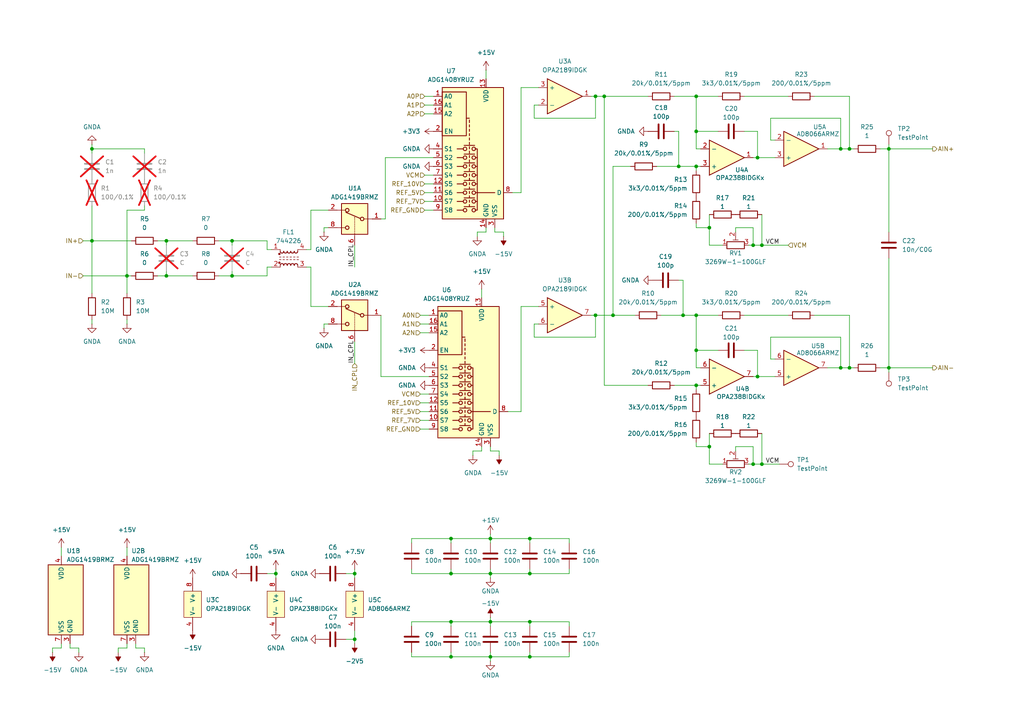
<source format=kicad_sch>
(kicad_sch (version 20250114) (generator "eeschema") (generator_version "9.0")
  (paper "A4")
  (lib_symbols
    (symbol "ADC7177M1:AD8066ARMZ"
      (property "Reference" "U" (at 2.54 5.08 0))
      (property "Value" "AD8066ARMZ" (at 1.524 -5.08 0))
      (symbol "AD8066ARMZ_1_1"
        (pin input line (at -7.62 2.54 0) (length 2.54) (name "+") (number "3"))
        (pin input line (at -7.62 -2.54 0) (length 2.54) (name "-") (number "2"))
        (pin output line (at 7.62 0 180) (length 2.54) (name "~") (number "1"))
      )
      (symbol "AD8066ARMZ_2_1"
        (pin input line (at -7.62 2.54 0) (length 2.54) (name "+") (number "5"))
        (pin input line (at -7.62 -2.54 0) (length 2.54) (name "-") (number "6"))
        (pin output line (at 7.62 0 180) (length 2.54) (name "~") (number "7"))
      )
      (symbol "AD8066ARMZ_3_1"
        (pin power_in line (at 0 7.62 270) (length 3.81) (name "V+") (number "8"))
        (pin power_in line (at 0 -7.62 90) (length 3.81) (name "V-") (number "4"))
      )
    )
    (symbol "ADC7177M1:ADG1419BRMZ"
      (property "Reference" "U" (at 0 0 0))
      (property "Value" "ADG1419BRMZ" (at 0 0 0))
      (symbol "ADG1419BRMZ_1_1"
        (pin passive line (at -7.62 0 0) (length 2.54) (name "~") (number "1"))
        (pin input line (at 0 -7.62 90) (length 2.54) (name "~") (number "6"))
        (pin passive line (at 7.62 2.54 180) (length 2.54) (name "~") (number "2"))
        (pin passive line (at 7.62 -2.54 180) (length 2.54) (name "~") (number "8"))
      )
      (symbol "ADG1419BRMZ_2_0"
        (pin power_in line (at -1.27 12.7 270) (length 2.54) (name "VDD") (number "4"))
        (pin power_in line (at -1.27 -12.7 90) (length 2.54) (name "VSS") (number "7"))
        (pin no_connect non_logic (at 1.27 12.7 270) (length 2.54) (hide yes) (name "NC") (number "5"))
        (pin power_in line (at 1.27 -12.7 90) (length 2.54) (name "GND") (number "3"))
      )
    )
    (symbol "ADC7177M1:OPA2189IDGK"
      (property "Reference" "U" (at 2.54 5.08 0))
      (property "Value" "OPA2189IDGK" (at 1.524 -5.08 0))
      (symbol "OPA2189IDGK_1_1"
        (pin input line (at -7.62 2.54 0) (length 2.54) (name "+") (number "3"))
        (pin input line (at -7.62 -2.54 0) (length 2.54) (name "-") (number "2"))
        (pin output line (at 7.62 0 180) (length 2.54) (name "~") (number "1"))
      )
      (symbol "OPA2189IDGK_2_1"
        (pin input line (at -7.62 2.54 0) (length 2.54) (name "+") (number "5"))
        (pin input line (at -7.62 -2.54 0) (length 2.54) (name "-") (number "6"))
        (pin output line (at 7.62 0 180) (length 2.54) (name "~") (number "7"))
      )
      (symbol "OPA2189IDGK_3_1"
        (pin power_in line (at 0 7.62 270) (length 3.81) (name "V+") (number "8"))
        (pin power_in line (at 0 -7.62 90) (length 3.81) (name "V-") (number "4"))
      )
    )
    (symbol "ADC7177M1:OPA2388IDGKx"
      (property "Reference" "U" (at 2.54 5.08 0))
      (property "Value" "OPA2388IDGKx" (at 1.524 -5.08 0))
      (symbol "OPA2388IDGKx_1_1"
        (pin input line (at -7.62 2.54 0) (length 2.54) (name "+") (number "3"))
        (pin input line (at -7.62 -2.54 0) (length 2.54) (name "-") (number "2"))
        (pin output line (at 7.62 0 180) (length 2.54) (name "~") (number "1"))
      )
      (symbol "OPA2388IDGKx_2_1"
        (pin input line (at -7.62 2.54 0) (length 2.54) (name "+") (number "5"))
        (pin input line (at -7.62 -2.54 0) (length 2.54) (name "-") (number "6"))
        (pin output line (at 7.62 0 180) (length 2.54) (name "~") (number "7"))
      )
      (symbol "OPA2388IDGKx_3_1"
        (pin power_in line (at 0 7.62 270) (length 3.81) (name "V+") (number "8"))
        (pin power_in line (at 0 -7.62 90) (length 3.81) (name "V-") (number "4"))
      )
    )
    (symbol "Analog_Switch:ADG1408YRUZ"
      (property "Reference" "U" (at -7.62 23.495 0))
      (property "Value" "ADG1408YRUZ" (at -7.62 21.59 0))
      (symbol "ADG1408YRUZ_0_0"
        (pin power_in line (at 5.08 -20.32 90) (length 2.54) (name "GND") (number "14"))
      )
      (symbol "ADG1408YRUZ_1_1"
        (pin input line (at -10.16 17.78 0) (length 2.54) (name "A0") (number "1"))
        (pin input line (at -10.16 15.24 0) (length 2.54) (name "A1") (number "16"))
        (pin input line (at -10.16 12.7 0) (length 2.54) (name "A2") (number "15"))
        (pin input line (at -10.16 7.62 0) (length 2.54) (name "EN") (number "2"))
        (pin bidirectional line (at -10.16 2.54 0) (length 2.54) (name "S1") (number "4"))
        (pin bidirectional line (at -10.16 0 0) (length 2.54) (name "S2") (number "5"))
        (pin bidirectional line (at -10.16 -2.54 0) (length 2.54) (name "S3") (number "6"))
        (pin bidirectional line (at -10.16 -5.08 0) (length 2.54) (name "S4") (number "7"))
        (pin bidirectional line (at -10.16 -7.62 0) (length 2.54) (name "S5") (number "12"))
        (pin bidirectional line (at -10.16 -10.16 0) (length 2.54) (name "S6") (number "11"))
        (pin bidirectional line (at -10.16 -12.7 0) (length 2.54) (name "S7") (number "10"))
        (pin bidirectional line (at -10.16 -15.24 0) (length 2.54) (name "S8") (number "9"))
        (pin power_in line (at 5.08 22.86 270) (length 2.54) (name "VDD") (number "13"))
        (pin power_in line (at 7.62 -20.32 90) (length 2.54) (name "VSS") (number "3"))
        (pin bidirectional line (at 12.7 -10.16 180) (length 2.54) (name "D") (number "8"))
      )
    )
    (symbol "Connector:TestPoint" (pin_numbers (hide yes)) (pin_names (offset 0.762) (hide yes))
      (property "Reference" "TP" (at 0 6.858 0))
      (property "Value" "TestPoint" (at 0 5.08 0))
      (symbol "TestPoint_1_1"
        (pin passive line (at 0 0 90) (length 2.54) (name "1") (number "1"))
      )
    )
    (symbol "Device:C" (pin_numbers (hide yes)) (pin_names (offset 0.254))
      (property "Reference" "C" (at 0.635 2.54 0))
      (property "Value" "C" (at 0.635 -2.54 0))
      (symbol "C_1_1"
        (pin passive line (at 0 3.81 270) (length 2.794) (name "~") (number "1"))
        (pin passive line (at 0 -3.81 90) (length 2.794) (name "~") (number "2"))
      )
    )
    (symbol "Device:R" (pin_numbers (hide yes)) (pin_names (offset 0))
      (property "Reference" "R" (at 2.032 0 90))
      (property "Value" "R" (at 0 0 90))
      (symbol "R_1_1"
        (pin passive line (at 0 3.81 270) (length 1.27) (name "~") (number "1"))
        (pin passive line (at 0 -3.81 90) (length 1.27) (name "~") (number "2"))
      )
    )
    (symbol "Device:R_Potentiometer_Trim" (pin_names (offset 1.016) (hide yes))
      (property "Reference" "RV" (at -4.445 0 90))
      (property "Value" "R_Potentiometer_Trim" (at -2.54 0 90))
      (symbol "R_Potentiometer_Trim_1_1"
        (pin passive line (at 0 3.81 270) (length 1.27) (name "1") (number "1"))
        (pin passive line (at 0 -3.81 90) (length 1.27) (name "3") (number "3"))
        (pin passive line (at 3.81 0 180) (length 1.27) (name "2") (number "2"))
      )
    )
    (symbol "Filter:Choke_CommonMode_FerriteCore_1423" (pin_names (offset 0.254) (hide yes))
      (property "Reference" "FL" (at 0 4.445 0))
      (property "Value" "Choke_CommonMode_FerriteCore_1423" (at 0 -4.445 0))
      (symbol "Choke_CommonMode_FerriteCore_1423_1_1"
        (pin passive line (at -5.08 2.54 0) (length 2.54) (name "1") (number "1"))
        (pin passive line (at -5.08 -2.54 0) (length 2.54) (name "2") (number "2"))
        (pin passive line (at 5.08 2.54 180) (length 2.54) (name "4") (number "4"))
        (pin passive line (at 5.08 -2.54 180) (length 2.54) (name "3") (number "3"))
      )
    )
    (symbol "power:+15V" (power) (pin_numbers (hide yes)) (pin_names (offset 0) (hide yes))
      (property "Value" "+15V" (at 0 3.556 0))
      (symbol "+15V_1_1"
        (pin power_in line (at 0 0 90) (length 0) (name "~") (number "1"))
      )
    )
    (symbol "power:+3V3" (power) (pin_numbers (hide yes)) (pin_names (offset 0) (hide yes))
      (property "Value" "+3V3" (at 0 3.556 0))
      (symbol "+3V3_1_1"
        (pin power_in line (at 0 0 90) (length 0) (name "~") (number "1"))
      )
    )
    (symbol "power:+5VA" (power) (pin_numbers (hide yes)) (pin_names (offset 0) (hide yes))
      (property "Value" "+5VA" (at 0 3.556 0))
      (symbol "+5VA_1_1"
        (pin power_in line (at 0 0 90) (length 0) (name "~") (number "1"))
      )
    )
    (symbol "power:+7.5V" (power) (pin_numbers (hide yes)) (pin_names (offset 0) (hide yes))
      (property "Value" "+7.5V" (at 0 3.556 0))
      (symbol "+7.5V_1_1"
        (pin power_in line (at 0 0 90) (length 0) (name "~") (number "1"))
      )
    )
    (symbol "power:-15V" (power) (pin_numbers (hide yes)) (pin_names (offset 0) (hide yes))
      (property "Value" "-15V" (at 0 3.556 0))
      (symbol "-15V_0_0"
        (pin power_in line (at 0 0 90) (length 0) (name "~") (number "1"))
      )
    )
    (symbol "power:-2V5" (power) (pin_numbers (hide yes)) (pin_names (offset 0) (hide yes))
      (property "Value" "-2V5" (at 0 3.556 0))
      (symbol "-2V5_0_0"
        (pin power_in line (at 0 0 90) (length 0) (name "~") (number "1"))
      )
    )
    (symbol "power:GNDA" (power) (pin_numbers (hide yes)) (pin_names (offset 0) (hide yes))
      (property "Value" "GNDA" (at 0 -3.81 0))
      (symbol "GNDA_1_1"
        (pin power_in line (at 0 0 270) (length 0) (name "~") (number "1"))
      )
    )
  )
  (junction (at 153.67 156.21))
  (junction (at 205.74 129.54))
  (junction (at 246.38 106.68))
  (junction (at 201.93 48.26))
  (junction (at 130.81 156.21))
  (junction (at 201.93 91.44))
  (junction (at 196.85 48.26))
  (junction (at 243.84 43.18))
  (junction (at 243.84 106.68))
  (junction (at 219.71 45.72))
  (junction (at 102.87 166.37))
  (junction (at 175.26 27.94))
  (junction (at 201.93 38.1))
  (junction (at 177.8 91.44))
  (junction (at 201.93 101.6))
  (junction (at 220.98 71.12))
  (junction (at 218.44 71.12))
  (junction (at 130.81 180.34))
  (junction (at 142.24 180.34))
  (junction (at 219.71 109.22))
  (junction (at 102.87 185.42))
  (junction (at 80.01 166.37))
  (junction (at 246.38 43.18))
  (junction (at 218.44 134.62))
  (junction (at 48.26 69.85))
  (junction (at 153.67 166.37))
  (junction (at 142.24 156.21))
  (junction (at 153.67 190.5))
  (junction (at 26.67 69.85))
  (junction (at 172.72 27.94))
  (junction (at 142.24 190.5))
  (junction (at 130.81 190.5))
  (junction (at 26.67 43.18))
  (junction (at 36.83 80.01))
  (junction (at 67.31 69.85))
  (junction (at 201.93 27.94))
  (junction (at 257.81 106.68))
  (junction (at 198.12 91.44))
  (junction (at 48.26 80.01))
  (junction (at 205.74 66.04))
  (junction (at 67.31 80.01))
  (junction (at 257.81 43.18))
  (junction (at 172.72 91.44))
  (junction (at 130.81 166.37))
  (junction (at 201.93 111.76))
  (junction (at 142.24 166.37))
  (junction (at 220.98 134.62))
  (junction (at 153.67 180.34))
  (wire (pts (xy 153.67 156.21) (xy 153.67 157.48)))
  (wire (pts (xy 255.27 43.18) (xy 257.81 43.18)))
  (wire (pts (xy 39.37 186.69) (xy 39.37 187.96)))
  (wire (pts (xy 111.76 63.5) (xy 110.49 63.5)))
  (wire (pts (xy 151.13 119.38) (xy 147.32 119.38)))
  (wire (pts (xy 219.71 101.6) (xy 215.9 101.6)))
  (wire (pts (xy 257.81 43.18) (xy 257.81 67.31)))
  (wire (pts (xy 175.26 27.94) (xy 187.96 27.94)))
  (wire (pts (xy 153.67 189.23) (xy 153.67 190.5)))
  (wire (pts (xy 246.38 106.68) (xy 243.84 106.68)))
  (wire (pts (xy 123.19 58.42) (xy 125.73 58.42)))
  (wire (pts (xy 142.24 156.21) (xy 153.67 156.21)))
  (wire (pts (xy 224.79 40.64) (xy 223.52 40.64)))
  (wire (pts (xy 156.21 93.98) (xy 154.94 93.98)))
  (wire (pts (xy 142.24 180.34) (xy 142.24 181.61)))
  (wire (pts (xy 41.91 43.18) (xy 41.91 44.45)))
  (wire (pts (xy 67.31 80.01) (xy 63.5 80.01)))
  (wire (pts (xy 15.24 187.96) (xy 17.78 187.96)))
  (wire (pts (xy 172.72 97.79) (xy 172.72 91.44)))
  (wire (pts (xy 208.28 38.1) (xy 201.93 38.1)))
  (wire (pts (xy 77.47 166.37) (xy 80.01 166.37)))
  (wire (pts (xy 48.26 69.85) (xy 48.26 71.12)))
  (wire (pts (xy 130.81 166.37) (xy 130.81 165.1)))
  (wire (pts (xy 119.38 190.5) (xy 119.38 189.23)))
  (wire (pts (xy 218.44 66.04) (xy 218.44 71.12)))
  (wire (pts (xy 172.72 91.44) (xy 177.8 91.44)))
  (wire (pts (xy 172.72 91.44) (xy 171.45 91.44)))
  (wire (pts (xy 257.81 106.68) (xy 257.81 107.95)))
  (wire (pts (xy 257.81 74.93) (xy 257.81 106.68)))
  (wire (pts (xy 102.87 99.06) (xy 102.87 105.41)))
  (wire (pts (xy 165.1 166.37) (xy 153.67 166.37)))
  (wire (pts (xy 201.93 48.26) (xy 203.2 48.26)))
  (wire (pts (xy 142.24 166.37) (xy 153.67 166.37)))
  (wire (pts (xy 123.19 53.34) (xy 125.73 53.34)))
  (wire (pts (xy 208.28 101.6) (xy 201.93 101.6)))
  (wire (pts (xy 201.93 101.6) (xy 201.93 106.68)))
  (wire (pts (xy 196.85 48.26) (xy 201.93 48.26)))
  (wire (pts (xy 142.24 180.34) (xy 153.67 180.34)))
  (wire (pts (xy 36.83 85.09) (xy 36.83 80.01)))
  (wire (pts (xy 67.31 78.74) (xy 67.31 80.01)))
  (wire (pts (xy 121.92 114.3) (xy 124.46 114.3)))
  (wire (pts (xy 205.74 134.62) (xy 209.55 134.62)))
  (wire (pts (xy 195.58 38.1) (xy 196.85 38.1)))
  (wire (pts (xy 213.36 129.54) (xy 218.44 129.54)))
  (wire (pts (xy 165.1 189.23) (xy 165.1 190.5)))
  (wire (pts (xy 205.74 66.04) (xy 205.74 71.12)))
  (wire (pts (xy 45.72 80.01) (xy 48.26 80.01)))
  (wire (pts (xy 36.83 60.96) (xy 41.91 60.96)))
  (wire (pts (xy 26.67 85.09) (xy 26.67 69.85)))
  (wire (pts (xy 123.19 55.88) (xy 125.73 55.88)))
  (wire (pts (xy 215.9 91.44) (xy 228.6 91.44)))
  (wire (pts (xy 26.67 59.69) (xy 26.67 69.85)))
  (wire (pts (xy 130.81 190.5) (xy 130.81 189.23)))
  (wire (pts (xy 36.83 187.96) (xy 36.83 186.69)))
  (wire (pts (xy 218.44 71.12) (xy 217.17 71.12)))
  (wire (pts (xy 205.74 62.23) (xy 205.74 66.04)))
  (wire (pts (xy 151.13 25.4) (xy 151.13 55.88)))
  (wire (pts (xy 190.5 48.26) (xy 196.85 48.26)))
  (wire (pts (xy 119.38 165.1) (xy 119.38 166.37)))
  (wire (pts (xy 257.81 41.91) (xy 257.81 43.18)))
  (wire (pts (xy 121.92 96.52) (xy 124.46 96.52)))
  (wire (pts (xy 142.24 190.5) (xy 153.67 190.5)))
  (wire (pts (xy 26.67 92.71) (xy 26.67 93.98)))
  (wire (pts (xy 154.94 93.98) (xy 154.94 97.79)))
  (wire (pts (xy 121.92 121.92) (xy 124.46 121.92)))
  (wire (pts (xy 41.91 189.23) (xy 41.91 187.96)))
  (wire (pts (xy 124.46 109.22) (xy 110.49 109.22)))
  (wire (pts (xy 36.83 80.01) (xy 38.1 80.01)))
  (wire (pts (xy 123.19 50.8) (xy 125.73 50.8)))
  (wire (pts (xy 240.03 106.68) (xy 243.84 106.68)))
  (wire (pts (xy 142.24 190.5) (xy 130.81 190.5)))
  (wire (pts (xy 220.98 71.12) (xy 228.6 71.12)))
  (wire (pts (xy 243.84 34.29) (xy 243.84 43.18)))
  (wire (pts (xy 205.74 125.73) (xy 205.74 129.54)))
  (wire (pts (xy 123.19 60.96) (xy 125.73 60.96)))
  (wire (pts (xy 153.67 156.21) (xy 165.1 156.21)))
  (wire (pts (xy 142.24 190.5) (xy 142.24 191.77)))
  (wire (pts (xy 201.93 64.77) (xy 201.93 66.04)))
  (wire (pts (xy 142.24 130.81) (xy 142.24 129.54)))
  (wire (pts (xy 201.93 27.94) (xy 208.28 27.94)))
  (wire (pts (xy 236.22 27.94) (xy 246.38 27.94)))
  (wire (pts (xy 201.93 91.44) (xy 208.28 91.44)))
  (wire (pts (xy 143.51 67.31) (xy 143.51 66.04)))
  (wire (pts (xy 77.47 69.85) (xy 77.47 72.39)))
  (wire (pts (xy 220.98 62.23) (xy 220.98 71.12)))
  (wire (pts (xy 201.93 111.76) (xy 203.2 111.76)))
  (wire (pts (xy 172.72 27.94) (xy 175.26 27.94)))
  (wire (pts (xy 93.98 93.98) (xy 93.98 95.25)))
  (wire (pts (xy 121.92 119.38) (xy 124.46 119.38)))
  (wire (pts (xy 36.83 92.71) (xy 36.83 93.98)))
  (wire (pts (xy 140.97 20.32) (xy 140.97 22.86)))
  (wire (pts (xy 223.52 104.14) (xy 224.79 104.14)))
  (wire (pts (xy 205.74 71.12) (xy 209.55 71.12)))
  (wire (pts (xy 201.93 128.27) (xy 201.93 129.54)))
  (wire (pts (xy 125.73 45.72) (xy 111.76 45.72)))
  (wire (pts (xy 139.7 83.82) (xy 139.7 86.36)))
  (wire (pts (xy 151.13 55.88) (xy 148.59 55.88)))
  (wire (pts (xy 130.81 156.21) (xy 119.38 156.21)))
  (wire (pts (xy 119.38 156.21) (xy 119.38 157.48)))
  (wire (pts (xy 165.1 190.5) (xy 153.67 190.5)))
  (wire (pts (xy 142.24 166.37) (xy 130.81 166.37)))
  (wire (pts (xy 153.67 180.34) (xy 153.67 181.61)))
  (wire (pts (xy 151.13 88.9) (xy 151.13 119.38)))
  (wire (pts (xy 201.93 27.94) (xy 195.58 27.94)))
  (wire (pts (xy 41.91 187.96) (xy 39.37 187.96)))
  (wire (pts (xy 213.36 67.31) (xy 213.36 66.04)))
  (wire (pts (xy 218.44 109.22) (xy 219.71 109.22)))
  (wire (pts (xy 90.17 72.39) (xy 88.9 72.39)))
  (wire (pts (xy 165.1 156.21) (xy 165.1 157.48)))
  (wire (pts (xy 36.83 80.01) (xy 36.83 60.96)))
  (wire (pts (xy 77.47 80.01) (xy 67.31 80.01)))
  (wire (pts (xy 26.67 43.18) (xy 41.91 43.18)))
  (wire (pts (xy 100.33 166.37) (xy 102.87 166.37)))
  (wire (pts (xy 219.71 109.22) (xy 224.79 109.22)))
  (wire (pts (xy 246.38 27.94) (xy 246.38 43.18)))
  (wire (pts (xy 90.17 77.47) (xy 88.9 77.47)))
  (wire (pts (xy 137.16 130.81) (xy 139.7 130.81)))
  (wire (pts (xy 139.7 129.54) (xy 139.7 130.81)))
  (wire (pts (xy 220.98 134.62) (xy 218.44 134.62)))
  (wire (pts (xy 146.05 67.31) (xy 146.05 68.58)))
  (wire (pts (xy 36.83 158.75) (xy 36.83 161.29)))
  (wire (pts (xy 24.13 69.85) (xy 26.67 69.85)))
  (wire (pts (xy 223.52 34.29) (xy 243.84 34.29)))
  (wire (pts (xy 220.98 134.62) (xy 226.06 134.62)))
  (wire (pts (xy 93.98 67.31) (xy 93.98 66.04)))
  (wire (pts (xy 220.98 125.73) (xy 220.98 134.62)))
  (wire (pts (xy 142.24 189.23) (xy 142.24 190.5)))
  (wire (pts (xy 17.78 158.75) (xy 17.78 161.29)))
  (wire (pts (xy 22.86 189.23) (xy 22.86 187.96)))
  (wire (pts (xy 111.76 45.72) (xy 111.76 63.5)))
  (wire (pts (xy 187.96 111.76) (xy 175.26 111.76)))
  (wire (pts (xy 119.38 166.37) (xy 130.81 166.37)))
  (wire (pts (xy 219.71 38.1) (xy 215.9 38.1)))
  (wire (pts (xy 90.17 60.96) (xy 90.17 72.39)))
  (wire (pts (xy 198.12 91.44) (xy 201.93 91.44)))
  (wire (pts (xy 146.05 67.31) (xy 143.51 67.31)))
  (wire (pts (xy 153.67 180.34) (xy 165.1 180.34)))
  (wire (pts (xy 121.92 93.98) (xy 124.46 93.98)))
  (wire (pts (xy 102.87 166.37) (xy 102.87 167.64)))
  (wire (pts (xy 201.93 129.54) (xy 205.74 129.54)))
  (wire (pts (xy 257.81 106.68) (xy 270.51 106.68)))
  (wire (pts (xy 34.29 187.96) (xy 36.83 187.96)))
  (wire (pts (xy 201.93 66.04) (xy 205.74 66.04)))
  (wire (pts (xy 196.85 38.1) (xy 196.85 48.26)))
  (wire (pts (xy 154.94 30.48) (xy 154.94 34.29)))
  (wire (pts (xy 156.21 30.48) (xy 154.94 30.48)))
  (wire (pts (xy 138.43 67.31) (xy 140.97 67.31)))
  (wire (pts (xy 123.19 30.48) (xy 125.73 30.48)))
  (wire (pts (xy 151.13 88.9) (xy 156.21 88.9)))
  (wire (pts (xy 144.78 130.81) (xy 142.24 130.81)))
  (wire (pts (xy 138.43 68.58) (xy 138.43 67.31)))
  (wire (pts (xy 205.74 129.54) (xy 205.74 134.62)))
  (wire (pts (xy 140.97 66.04) (xy 140.97 67.31)))
  (wire (pts (xy 78.74 77.47) (xy 77.47 77.47)))
  (wire (pts (xy 142.24 165.1) (xy 142.24 166.37)))
  (wire (pts (xy 63.5 69.85) (xy 67.31 69.85)))
  (wire (pts (xy 165.1 165.1) (xy 165.1 166.37)))
  (wire (pts (xy 48.26 78.74) (xy 48.26 80.01)))
  (wire (pts (xy 93.98 66.04) (xy 95.25 66.04)))
  (wire (pts (xy 195.58 111.76) (xy 201.93 111.76)))
  (wire (pts (xy 246.38 91.44) (xy 246.38 106.68)))
  (wire (pts (xy 172.72 34.29) (xy 172.72 27.94)))
  (wire (pts (xy 257.81 106.68) (xy 255.27 106.68)))
  (wire (pts (xy 67.31 69.85) (xy 77.47 69.85)))
  (wire (pts (xy 201.93 48.26) (xy 201.93 49.53)))
  (wire (pts (xy 220.98 71.12) (xy 218.44 71.12)))
  (wire (pts (xy 201.93 111.76) (xy 201.93 113.03)))
  (wire (pts (xy 201.93 43.18) (xy 203.2 43.18)))
  (wire (pts (xy 130.81 156.21) (xy 142.24 156.21)))
  (wire (pts (xy 121.92 116.84) (xy 124.46 116.84)))
  (wire (pts (xy 130.81 157.48) (xy 130.81 156.21)))
  (wire (pts (xy 182.88 48.26) (xy 177.8 48.26)))
  (wire (pts (xy 165.1 180.34) (xy 165.1 181.61)))
  (wire (pts (xy 213.36 66.04) (xy 218.44 66.04)))
  (wire (pts (xy 45.72 69.85) (xy 48.26 69.85)))
  (wire (pts (xy 110.49 91.44) (xy 110.49 109.22)))
  (wire (pts (xy 123.19 33.02) (xy 125.73 33.02)))
  (wire (pts (xy 26.67 69.85) (xy 38.1 69.85)))
  (wire (pts (xy 246.38 106.68) (xy 247.65 106.68)))
  (wire (pts (xy 144.78 130.81) (xy 144.78 132.08)))
  (wire (pts (xy 223.52 97.79) (xy 243.84 97.79)))
  (wire (pts (xy 151.13 25.4) (xy 156.21 25.4)))
  (wire (pts (xy 191.77 91.44) (xy 198.12 91.44)))
  (wire (pts (xy 67.31 69.85) (xy 67.31 71.12)))
  (wire (pts (xy 77.47 77.47) (xy 77.47 80.01)))
  (wire (pts (xy 24.13 80.01) (xy 36.83 80.01)))
  (wire (pts (xy 102.87 185.42) (xy 102.87 182.88)))
  (wire (pts (xy 80.01 165.1) (xy 80.01 166.37)))
  (wire (pts (xy 219.71 45.72) (xy 224.79 45.72)))
  (wire (pts (xy 17.78 187.96) (xy 17.78 186.69)))
  (wire (pts (xy 48.26 69.85) (xy 55.88 69.85)))
  (wire (pts (xy 154.94 34.29) (xy 172.72 34.29)))
  (wire (pts (xy 196.85 81.28) (xy 198.12 81.28)))
  (wire (pts (xy 201.93 91.44) (xy 201.93 101.6)))
  (wire (pts (xy 246.38 43.18) (xy 243.84 43.18)))
  (wire (pts (xy 119.38 180.34) (xy 130.81 180.34)))
  (wire (pts (xy 198.12 81.28) (xy 198.12 91.44)))
  (wire (pts (xy 41.91 59.69) (xy 41.91 60.96)))
  (wire (pts (xy 95.25 60.96) (xy 90.17 60.96)))
  (wire (pts (xy 219.71 45.72) (xy 219.71 38.1)))
  (wire (pts (xy 93.98 93.98) (xy 95.25 93.98)))
  (wire (pts (xy 34.29 187.96) (xy 34.29 189.23)))
  (wire (pts (xy 240.03 43.18) (xy 243.84 43.18)))
  (wire (pts (xy 243.84 97.79) (xy 243.84 106.68)))
  (wire (pts (xy 223.52 104.14) (xy 223.52 97.79)))
  (wire (pts (xy 90.17 88.9) (xy 90.17 77.47)))
  (wire (pts (xy 142.24 156.21) (xy 142.24 157.48)))
  (wire (pts (xy 201.93 38.1) (xy 201.93 43.18)))
  (wire (pts (xy 218.44 134.62) (xy 217.17 134.62)))
  (wire (pts (xy 236.22 91.44) (xy 246.38 91.44)))
  (wire (pts (xy 48.26 80.01) (xy 55.88 80.01)))
  (wire (pts (xy 123.19 27.94) (xy 125.73 27.94)))
  (wire (pts (xy 201.93 38.1) (xy 201.93 27.94)))
  (wire (pts (xy 223.52 40.64) (xy 223.52 34.29)))
  (wire (pts (xy 26.67 41.91) (xy 26.67 43.18)))
  (wire (pts (xy 20.32 186.69) (xy 20.32 187.96)))
  (wire (pts (xy 102.87 186.69) (xy 102.87 185.42)))
  (wire (pts (xy 142.24 179.07) (xy 142.24 180.34)))
  (wire (pts (xy 15.24 187.96) (xy 15.24 189.23)))
  (wire (pts (xy 26.67 44.45) (xy 26.67 43.18)))
  (wire (pts (xy 154.94 97.79) (xy 172.72 97.79)))
  (wire (pts (xy 246.38 43.18) (xy 247.65 43.18)))
  (wire (pts (xy 121.92 124.46) (xy 124.46 124.46)))
  (wire (pts (xy 119.38 181.61) (xy 119.38 180.34)))
  (wire (pts (xy 177.8 91.44) (xy 184.15 91.44)))
  (wire (pts (xy 95.25 88.9) (xy 90.17 88.9)))
  (wire (pts (xy 77.47 72.39) (xy 78.74 72.39)))
  (wire (pts (xy 218.44 129.54) (xy 218.44 134.62)))
  (wire (pts (xy 257.81 43.18) (xy 270.51 43.18)))
  (wire (pts (xy 177.8 48.26) (xy 177.8 91.44)))
  (wire (pts (xy 102.87 71.12) (xy 102.87 77.47)))
  (wire (pts (xy 130.81 180.34) (xy 142.24 180.34)))
  (wire (pts (xy 142.24 154.94) (xy 142.24 156.21)))
  (wire (pts (xy 130.81 190.5) (xy 119.38 190.5)))
  (wire (pts (xy 22.86 187.96) (xy 20.32 187.96)))
  (wire (pts (xy 153.67 165.1) (xy 153.67 166.37)))
  (wire (pts (xy 175.26 111.76) (xy 175.26 27.94)))
  (wire (pts (xy 172.72 27.94) (xy 171.45 27.94)))
  (wire (pts (xy 219.71 109.22) (xy 219.71 101.6)))
  (wire (pts (xy 80.01 166.37) (xy 80.01 167.64)))
  (wire (pts (xy 137.16 132.08) (xy 137.16 130.81)))
  (wire (pts (xy 102.87 165.1) (xy 102.87 166.37)))
  (wire (pts (xy 201.93 106.68) (xy 203.2 106.68)))
  (wire (pts (xy 130.81 181.61) (xy 130.81 180.34)))
  (wire (pts (xy 142.24 166.37) (xy 142.24 167.64)))
  (wire (pts (xy 100.33 185.42) (xy 102.87 185.42)))
  (wire (pts (xy 213.36 130.81) (xy 213.36 129.54)))
  (wire (pts (xy 215.9 27.94) (xy 228.6 27.94)))
  (wire (pts (xy 218.44 45.72) (xy 219.71 45.72)))
  (wire (pts (xy 121.92 91.44) (xy 124.46 91.44)))
  (label "VCM" (at 226.06 134.62 180))
  (label "VCM" (at 226.06 71.12 180))
  (label "IN_CPL" (at 102.87 105.41 90))
  (label "IN_CPL" (at 102.87 77.47 90))
  (hierarchical_label "REF_GND" (shape input) (at 123.19 60.96 180))
  (hierarchical_label "A2P" (shape input) (at 123.19 33.02 180))
  (hierarchical_label "REF_7V" (shape input) (at 121.92 121.92 180))
  (hierarchical_label "REF_5V" (shape input) (at 121.92 119.38 180))
  (hierarchical_label "IN_CPL" (shape input) (at 102.87 105.41 270))
  (hierarchical_label "A2N" (shape input) (at 121.92 96.52 180))
  (hierarchical_label "A1N" (shape input) (at 121.92 93.98 180))
  (hierarchical_label "REF_5V" (shape input) (at 123.19 55.88 180))
  (hierarchical_label "REF_10V" (shape input) (at 121.92 116.84 180))
  (hierarchical_label "REF_7V" (shape input) (at 123.19 58.42 180))
  (hierarchical_label "VCM" (shape input) (at 121.92 114.3 180))
  (hierarchical_label "A0N" (shape input) (at 121.92 91.44 180))
  (hierarchical_label "REF_GND" (shape input) (at 121.92 124.46 180))
  (hierarchical_label "VCM" (shape input) (at 123.19 50.8 180))
  (hierarchical_label "A0P" (shape input) (at 123.19 27.94 180))
  (hierarchical_label "VCM" (shape input) (at 228.6 71.12 0))
  (hierarchical_label "IN+" (shape input) (at 24.13 69.85 180))
  (hierarchical_label "AIN-" (shape output) (at 270.51 106.68 0))
  (hierarchical_label "IN-" (shape input) (at 24.13 80.01 180))
  (hierarchical_label "REF_10V" (shape input) (at 123.19 53.34 180))
  (hierarchical_label "A1P" (shape input) (at 123.19 30.48 180))
  (hierarchical_label "AIN+" (shape output) (at 270.51 43.18 0))
  (symbol (lib_id "Device:C") (at 130.81 161.29 0) (unit 1)
    (property "Reference" "C10" (at 134.62 160.0199 0) (effects (justify left)))
    (property "Value" "100n" (at 134.62 162.5599 0) (effects (justify left)))
    (property "Description" "Unpolarized capacitor" (effects (hide yes)))
  )
  (symbol (lib_id "Device:C") (at 153.67 185.42 0) (unit 1)
    (property "Reference" "C15" (at 157.48 184.1499 0) (effects (justify left)))
    (property "Value" "100n" (at 157.48 186.6899 0) (effects (justify left)))
    (property "Description" "Unpolarized capacitor" (effects (hide yes)))
  )
  (symbol (lib_id "power:GNDA") (at 36.83 93.98 0) (unit 1)
    (property "Reference" "#PWR07" (effects (hide yes)))
    (property "Value" "GNDA" (at 36.83 99.06 0))
    (property "Description" "Power symbol creates a global label with name \"GNDA\" , analog ground" (effects (hide yes)))
  )
  (symbol (lib_id "power:GNDA") (at 93.98 95.25 0) (unit 1)
    (property "Reference" "#PWR018" (effects (hide yes)))
    (property "Value" "GNDA" (at 93.98 100.33 0))
    (property "Description" "Power symbol creates a global label with name \"GNDA\" , analog ground" (effects (hide yes)))
  )
  (symbol (lib_id "Device:C") (at 119.38 185.42 0) (unit 1)
    (property "Reference" "C9" (at 123.19 184.1499 0) (effects (justify left)))
    (property "Value" "100n" (at 123.19 186.6899 0) (effects (justify left)))
    (property "Description" "Unpolarized capacitor" (effects (hide yes)))
  )
  (symbol (lib_id "power:-15V") (at 34.29 189.23 180) (unit 1)
    (property "Reference" "#PWR06" (effects (hide yes)))
    (property "Value" "-15V" (at 34.29 194.31 0))
    (property "Description" "Power symbol creates a global label with name \"-15V\"" (effects (hide yes)))
  )
  (symbol (lib_id "power:GNDA") (at 22.86 189.23 0) (unit 1)
    (property "Reference" "#PWR03" (effects (hide yes)))
    (property "Value" "GNDA" (at 22.86 194.31 0))
    (property "Description" "Power symbol creates a global label with name \"GNDA\" , analog ground" (effects (hide yes)))
  )
  (symbol (lib_id "Analog_Switch:ADG1408YRUZ") (at 134.62 109.22 0) (unit 1)
    (property "Reference" "U6" (at 129.54 84.074 0))
    (property "Value" "ADG1408YRUZ" (at 129.54 86.614 0))
    (property "Footprint" "Package_SO:TSSOP-16_4.4x5mm_P0.65mm" (effects (hide yes)))
    (property "Datasheet" "https://www.analog.com/media/en/technical-documentation/data-sheets/ADG1408_1409.pdf" (effects (hide yes)))
    (property "Description" "8-channel iCMOS analog multiplexer, 4.7 Ohm Ron, 60 MHz, TSSOP-16" (effects (hide yes)))
  )
  (symbol (lib_id "power:+5VA") (at 80.01 165.1 0) (unit 1)
    (property "Reference" "#PWR013" (effects (hide yes)))
    (property "Value" "+5VA" (at 80.01 160.02 0))
    (property "Description" "Power symbol creates a global label with name \"+5VA\"" (effects (hide yes)))
  )
  (symbol (lib_id "Device:R") (at 59.69 69.85 90) (unit 1)
    (property "Reference" "R7" (at 59.69 63.5 90))
    (property "Value" "0" (at 59.69 66.04 90))
    (property "Description" "Resistor" (effects (hide yes)))
  )
  (symbol (lib_id "ADC7177M1:ADG1419BRMZ") (at 102.87 63.5 0) (mirror y) (unit 1)
    (property "Reference" "U1" (at 102.87 54.61 0))
    (property "Value" "ADG1419BRMZ" (at 102.87 57.15 0))
    (property "Footprint" "Package_SO:MSOP-8_3x3mm_P0.65mm" (effects (hide yes)))
    (property "Datasheet" "https://www.analog.com/media/en/technical-documentation/data-sheets/ADG1419.pdf" (effects (hide yes)))
    (property "Description" "2.1 Ω On Resistance, ±15 V/+12 V/±5 V, iCMOS SPDT Switch" (effects (hide yes)))
  )
  (symbol (lib_id "Device:R") (at 251.46 43.18 90) (unit 1)
    (property "Reference" "R25" (at 251.46 36.83 90))
    (property "Value" "1" (at 251.46 39.37 90))
    (property "Description" "Resistor" (effects (hide yes)))
  )
  (symbol (lib_id "Device:R_Potentiometer_Trim") (at 213.36 71.12 90) (unit 1)
    (property "Reference" "RV1" (at 213.36 73.406 90))
    (property "Value" "3269W-1-100GLF" (at 213.36 75.946 90))
    (property "Description" "Trim-potentiometer" (effects (hide yes)))
  )
  (symbol (lib_id "Connector:TestPoint") (at 226.06 134.62 270) (unit 1)
    (property "Reference" "TP1" (at 231.14 133.3499 90) (effects (justify left)))
    (property "Value" "TestPoint" (at 231.14 135.8899 90) (effects (justify left)))
    (property "Description" "test point" (effects (hide yes)))
  )
  (symbol (lib_id "Device:R") (at 59.69 80.01 90) (unit 1)
    (property "Reference" "R8" (at 59.69 73.66 90))
    (property "Value" "0" (at 59.69 76.2 90))
    (property "Description" "Resistor" (effects (hide yes)))
  )
  (symbol (lib_id "Device:R") (at 209.55 62.23 90) (unit 1)
    (property "Reference" "R17" (at 209.55 57.404 90))
    (property "Value" "1" (at 209.55 59.944 90))
    (property "Description" "Resistor" (effects (hide yes)))
  )
  (symbol (lib_id "ADC7177M1:OPA2189IDGK") (at 163.83 27.94 0) (unit 1)
    (property "Reference" "U3" (at 163.83 17.78 0))
    (property "Value" "OPA2189IDGK" (at 163.83 20.32 0))
    (property "Footprint" "Package_SO:VSSOP-8_3x3mm_P0.65mm" (effects (hide yes)))
    (property "Datasheet" "https://www.ti.com/lit/ds/symlink/opa189.pdf" (effects (hide yes)))
    (property "Description" "Lowest-Noise, 36-V, Zero-Drift, 14-MHz, MUX-Friendly, Rail-to-Rail Output Operational Amplifiers" (effects (hide yes)))
  )
  (symbol (lib_id "Device:C") (at 119.38 161.29 0) (unit 1)
    (property "Reference" "C8" (at 123.19 160.0199 0) (effects (justify left)))
    (property "Value" "100n" (at 123.19 162.5599 0) (effects (justify left)))
    (property "Description" "Unpolarized capacitor" (effects (hide yes)))
  )
  (symbol (lib_id "Device:R") (at 41.91 55.88 0) (unit 1) (in_bom no) (dnp yes)
    (property "Reference" "R4" (at 44.45 54.6099 0) (effects (justify left)))
    (property "Value" "100/0.1%" (at 44.45 57.1499 0) (effects (justify left)))
    (property "Description" "Resistor" (effects (hide yes)))
  )
  (symbol (lib_id "Device:C") (at 191.77 38.1 90) (unit 1)
    (property "Reference" "C18" (at 191.77 31.242 90))
    (property "Value" "100p" (at 191.77 33.782 90))
    (property "Description" "Unpolarized capacitor" (effects (hide yes)))
  )
  (symbol (lib_id "power:+7.5V") (at 102.87 165.1 0) (unit 1)
    (property "Reference" "#PWR019" (effects (hide yes)))
    (property "Value" "+7.5V" (at 102.87 160.02 0))
    (property "Description" "Power symbol creates a global label with name \"+7.5V\"" (effects (hide yes)))
  )
  (symbol (lib_id "power:GNDA") (at 137.16 132.08 0) (mirror y) (unit 1)
    (property "Reference" "#PWR027" (effects (hide yes)))
    (property "Value" "GNDA" (at 137.16 137.16 0))
    (property "Description" "Power symbol creates a global label with name \"GNDA\" , analog ground" (effects (hide yes)))
  )
  (symbol (lib_id "power:GNDA") (at 80.01 182.88 0) (unit 1)
    (property "Reference" "#PWR014" (effects (hide yes)))
    (property "Value" "GNDA" (at 80.01 187.96 0))
    (property "Description" "Power symbol creates a global label with name \"GNDA\" , analog ground" (effects (hide yes)))
  )
  (symbol (lib_id "Device:R") (at 209.55 125.73 90) (unit 1)
    (property "Reference" "R18" (at 209.55 120.904 90))
    (property "Value" "1" (at 209.55 123.444 90))
    (property "Description" "Resistor" (effects (hide yes)))
  )
  (symbol (lib_id "power:GNDA") (at 142.24 191.77 0) (unit 1)
    (property "Reference" "#PWR034" (effects (hide yes)))
    (property "Value" "GNDA" (at 142.24 195.834 0))
    (property "Description" "Power symbol creates a global label with name \"GNDA\" , analog ground" (effects (hide yes)))
  )
  (symbol (lib_id "Device:R") (at 217.17 62.23 90) (unit 1)
    (property "Reference" "R21" (at 217.17 57.404 90))
    (property "Value" "1" (at 217.17 59.944 90))
    (property "Description" "Resistor" (effects (hide yes)))
  )
  (symbol (lib_id "Device:R") (at 186.69 48.26 90) (unit 1)
    (property "Reference" "R9" (at 186.69 41.91 90))
    (property "Value" "20k/0.01%/5ppm" (at 186.69 44.45 90))
    (property "Description" "Resistor" (effects (hide yes)))
  )
  (symbol (lib_id "ADC7177M1:OPA2189IDGK") (at 163.83 91.44 0) (unit 2)
    (property "Reference" "U3" (at 163.83 81.28 0))
    (property "Value" "OPA2189IDGK" (at 163.83 83.82 0))
    (property "Footprint" "Package_SO:VSSOP-8_3x3mm_P0.65mm" (effects (hide yes)))
    (property "Datasheet" "https://www.ti.com/lit/ds/symlink/opa189.pdf" (effects (hide yes)))
    (property "Description" "Lowest-Noise, 36-V, Zero-Drift, 14-MHz, MUX-Friendly, Rail-to-Rail Output Operational Amplifiers" (effects (hide yes)))
  )
  (symbol (lib_id "power:GNDA") (at 41.91 189.23 0) (unit 1)
    (property "Reference" "#PWR09" (effects (hide yes)))
    (property "Value" "GNDA" (at 41.91 194.31 0))
    (property "Description" "Power symbol creates a global label with name \"GNDA\" , analog ground" (effects (hide yes)))
  )
  (symbol (lib_id "ADC7177M1:OPA2189IDGK") (at 55.88 175.26 0) (unit 3)
    (property "Reference" "U3" (at 59.69 173.9899 0) (effects (justify left)))
    (property "Value" "OPA2189IDGK" (at 59.69 176.5299 0) (effects (justify left)))
    (property "Footprint" "Package_SO:VSSOP-8_3x3mm_P0.65mm" (effects (hide yes)))
    (property "Datasheet" "https://www.ti.com/lit/ds/symlink/opa189.pdf" (effects (hide yes)))
    (property "Description" "Lowest-Noise, 36-V, Zero-Drift, 14-MHz, MUX-Friendly, Rail-to-Rail Output Operational Amplifiers" (effects (hide yes)))
  )
  (symbol (lib_id "ADC7177M1:ADG1419BRMZ") (at 19.05 173.99 0) (unit 2)
    (property "Reference" "U1" (at 19.304 159.766 0) (effects (justify left)))
    (property "Value" "ADG1419BRMZ" (at 19.304 162.306 0) (effects (justify left)))
    (property "Footprint" "Package_SO:MSOP-8_3x3mm_P0.65mm" (effects (hide yes)))
    (property "Datasheet" "https://www.analog.com/media/en/technical-documentation/data-sheets/ADG1419.pdf" (effects (hide yes)))
    (property "Description" "2.1 Ω On Resistance, ±15 V/+12 V/±5 V, iCMOS SPDT Switch" (effects (hide yes)))
  )
  (symbol (lib_id "ADC7177M1:ADG1419BRMZ") (at 38.1 173.99 0) (unit 2)
    (property "Reference" "U2" (at 38.1 159.766 0) (effects (justify left)))
    (property "Value" "ADG1419BRMZ" (at 38.1 162.306 0) (effects (justify left)))
    (property "Footprint" "Package_SO:MSOP-8_3x3mm_P0.65mm" (effects (hide yes)))
    (property "Datasheet" "https://www.analog.com/media/en/technical-documentation/data-sheets/ADG1419.pdf" (effects (hide yes)))
    (property "Description" "2.1 Ω On Resistance, ±15 V/+12 V/±5 V, iCMOS SPDT Switch" (effects (hide yes)))
  )
  (symbol (lib_id "power:GNDA") (at 125.73 43.18 270) (unit 1)
    (property "Reference" "#PWR025" (effects (hide yes)))
    (property "Value" "GNDA" (at 121.92 43.1799 90) (effects (justify right)))
    (property "Description" "Power symbol creates a global label with name \"GNDA\" , analog ground" (effects (hide yes)))
  )
  (symbol (lib_id "power:GNDA") (at 69.85 166.37 270) (unit 1)
    (property "Reference" "#PWR012" (effects (hide yes)))
    (property "Value" "GNDA" (at 66.548 166.37 90) (effects (justify right)))
    (property "Description" "Power symbol creates a global label with name \"GNDA\" , analog ground" (effects (hide yes)))
  )
  (symbol (lib_id "power:GNDA") (at 125.73 48.26 270) (unit 1)
    (property "Reference" "#PWR026" (effects (hide yes)))
    (property "Value" "GNDA" (at 121.92 48.2599 90) (effects (justify right)))
    (property "Description" "Power symbol creates a global label with name \"GNDA\" , analog ground" (effects (hide yes)))
  )
  (symbol (lib_id "Device:C") (at 67.31 74.93 0) (unit 1) (in_bom no) (dnp yes)
    (property "Reference" "C4" (at 71.12 73.6599 0) (effects (justify left)))
    (property "Value" "C" (at 71.12 76.1999 0) (effects (justify left)))
    (property "Description" "Unpolarized capacitor" (effects (hide yes)))
  )
  (symbol (lib_id "Device:R") (at 212.09 27.94 90) (unit 1)
    (property "Reference" "R19" (at 212.09 21.59 90))
    (property "Value" "3k3/0.01%/5ppm" (at 212.09 24.13 90))
    (property "Description" "Resistor" (effects (hide yes)))
  )
  (symbol (lib_id "Connector:TestPoint") (at 257.81 41.91 0) (unit 1)
    (property "Reference" "TP2" (at 260.35 37.3379 0) (effects (justify left)))
    (property "Value" "TestPoint" (at 260.35 39.8779 0) (effects (justify left)))
    (property "Description" "test point" (effects (hide yes)))
  )
  (symbol (lib_id "Device:C") (at 257.81 71.12 0) (unit 1)
    (property "Reference" "C22" (at 261.62 69.8499 0) (effects (justify left)))
    (property "Value" "10n/C0G" (at 261.62 72.3899 0) (effects (justify left)))
    (property "Description" "Unpolarized capacitor" (effects (hide yes)))
  )
  (symbol (lib_id "ADC7177M1:AD8066ARMZ") (at 232.41 106.68 0) (mirror x) (unit 2)
    (property "Reference" "U5" (at 237.236 100.33 0))
    (property "Value" "AD8066ARMZ" (at 237.236 102.362 0))
    (property "Footprint" "Package_SO:MSOP-8_3x3mm_P0.65mm" (effects (hide yes)))
    (property "Datasheet" "https://www.analog.com/media/en/technical-documentation/data-sheets/AD8065_8066.pdf" (effects (hide yes)))
    (property "Description" "High Performance, 145 MHz FastFET Op Amps" (effects (hide yes)))
  )
  (symbol (lib_id "power:-15V") (at 15.24 189.23 180) (unit 1)
    (property "Reference" "#PWR01" (effects (hide yes)))
    (property "Value" "-15V" (at 15.24 194.31 0))
    (property "Description" "Power symbol creates a global label with name \"-15V\"" (effects (hide yes)))
  )
  (symbol (lib_id "Device:R") (at 251.46 106.68 90) (unit 1)
    (property "Reference" "R26" (at 251.46 100.33 90))
    (property "Value" "1" (at 251.46 102.87 90))
    (property "Description" "Resistor" (effects (hide yes)))
  )
  (symbol (lib_id "ADC7177M1:ADG1419BRMZ") (at 102.87 91.44 0) (mirror y) (unit 1)
    (property "Reference" "U2" (at 102.87 82.55 0))
    (property "Value" "ADG1419BRMZ" (at 102.87 85.09 0))
    (property "Footprint" "Package_SO:MSOP-8_3x3mm_P0.65mm" (effects (hide yes)))
    (property "Datasheet" "https://www.analog.com/media/en/technical-documentation/data-sheets/ADG1419.pdf" (effects (hide yes)))
    (property "Description" "2.1 Ω On Resistance, ±15 V/+12 V/±5 V, iCMOS SPDT Switch" (effects (hide yes)))
  )
  (symbol (lib_id "Analog_Switch:ADG1408YRUZ") (at 135.89 45.72 0) (unit 1)
    (property "Reference" "U7" (at 130.81 20.574 0))
    (property "Value" "ADG1408YRUZ" (at 130.81 23.114 0))
    (property "Footprint" "Package_SO:TSSOP-16_4.4x5mm_P0.65mm" (effects (hide yes)))
    (property "Datasheet" "https://www.analog.com/media/en/technical-documentation/data-sheets/ADG1408_1409.pdf" (effects (hide yes)))
    (property "Description" "8-channel iCMOS analog multiplexer, 4.7 Ohm Ron, 60 MHz, TSSOP-16" (effects (hide yes)))
  )
  (symbol (lib_id "Device:R") (at 201.93 124.46 0) (mirror y) (unit 1)
    (property "Reference" "R16" (at 199.39 123.1899 0) (effects (justify left)))
    (property "Value" "200/0.01%/5ppm" (at 199.39 125.7299 0) (effects (justify left)))
    (property "Description" "Resistor" (effects (hide yes)))
  )
  (symbol (lib_id "power:GNDA") (at 92.71 166.37 270) (unit 1)
    (property "Reference" "#PWR015" (effects (hide yes)))
    (property "Value" "GNDA" (at 89.408 166.37 90) (effects (justify right)))
    (property "Description" "Power symbol creates a global label with name \"GNDA\" , analog ground" (effects (hide yes)))
  )
  (symbol (lib_id "Device:R") (at 232.41 27.94 90) (unit 1)
    (property "Reference" "R23" (at 232.41 21.59 90))
    (property "Value" "200/0.01%/5ppm" (at 232.41 24.13 90))
    (property "Description" "Resistor" (effects (hide yes)))
  )
  (symbol (lib_id "power:+15V") (at 142.24 154.94 0) (unit 1)
    (property "Reference" "#PWR031" (effects (hide yes)))
    (property "Value" "+15V" (at 142.24 150.876 0))
    (property "Description" "Power symbol creates a global label with name \"+15V\"" (effects (hide yes)))
  )
  (symbol (lib_id "Device:R_Potentiometer_Trim") (at 213.36 134.62 90) (unit 1)
    (property "Reference" "RV2" (at 213.36 136.906 90))
    (property "Value" "3269W-1-100GLF" (at 213.36 139.446 90))
    (property "Description" "Trim-potentiometer" (effects (hide yes)))
  )
  (symbol (lib_id "Device:R") (at 187.96 91.44 90) (unit 1)
    (property "Reference" "R10" (at 187.96 85.09 90))
    (property "Value" "20k/0.01%/5ppm" (at 187.96 87.63 90))
    (property "Description" "Resistor" (effects (hide yes)))
  )
  (symbol (lib_id "power:GNDA") (at 187.96 38.1 270) (mirror x) (unit 1)
    (property "Reference" "#PWR037" (effects (hide yes)))
    (property "Value" "GNDA" (at 184.15 38.0999 90) (effects (justify right)))
    (property "Description" "Power symbol creates a global label with name \"GNDA\" , analog ground" (effects (hide yes)))
  )
  (symbol (lib_id "Device:C") (at 73.66 166.37 90) (unit 1)
    (property "Reference" "C5" (at 73.66 158.75 90))
    (property "Value" "100n" (at 73.66 161.29 90))
    (property "Description" "Unpolarized capacitor" (effects (hide yes)))
  )
  (symbol (lib_id "power:GNDA") (at 26.67 41.91 180) (unit 1)
    (property "Reference" "#PWR04" (effects (hide yes)))
    (property "Value" "GNDA" (at 26.67 36.83 0))
    (property "Description" "Power symbol creates a global label with name \"GNDA\" , analog ground" (effects (hide yes)))
  )
  (symbol (lib_id "Device:R") (at 212.09 91.44 90) (unit 1)
    (property "Reference" "R20" (at 212.09 85.09 90))
    (property "Value" "3k3/0.01%/5ppm" (at 212.09 87.63 90))
    (property "Description" "Resistor" (effects (hide yes)))
  )
  (symbol (lib_id "Device:C") (at 165.1 185.42 0) (unit 1)
    (property "Reference" "C17" (at 168.91 184.1499 0) (effects (justify left)))
    (property "Value" "100n" (at 168.91 186.6899 0) (effects (justify left)))
    (property "Description" "Unpolarized capacitor" (effects (hide yes)))
  )
  (symbol (lib_id "power:-2V5") (at 102.87 186.69 180) (unit 1)
    (property "Reference" "#PWR020" (effects (hide yes)))
    (property "Value" "-2V5" (at 102.87 191.77 0))
    (property "Description" "Power symbol creates a global label with name \"-2V5\"" (effects (hide yes)))
  )
  (symbol (lib_id "power:-15V") (at 146.05 68.58 0) (mirror x) (unit 1)
    (property "Reference" "#PWR036" (effects (hide yes)))
    (property "Value" "-15V" (at 146.05 73.66 0))
    (property "Description" "Power symbol creates a global label with name \"-15V\"" (effects (hide yes)))
  )
  (symbol (lib_id "Device:C") (at 48.26 74.93 0) (unit 1) (in_bom no) (dnp yes)
    (property "Reference" "C3" (at 52.07 73.6599 0) (effects (justify left)))
    (property "Value" "C" (at 52.07 76.1999 0) (effects (justify left)))
    (property "Description" "Unpolarized capacitor" (effects (hide yes)))
  )
  (symbol (lib_id "power:GNDA") (at 189.23 81.28 270) (mirror x) (unit 1)
    (property "Reference" "#PWR038" (effects (hide yes)))
    (property "Value" "GNDA" (at 185.42 81.2799 90) (effects (justify right)))
    (property "Description" "Power symbol creates a global label with name \"GNDA\" , analog ground" (effects (hide yes)))
  )
  (symbol (lib_id "Device:C") (at 165.1 161.29 0) (unit 1)
    (property "Reference" "C16" (at 168.91 160.0199 0) (effects (justify left)))
    (property "Value" "100n" (at 168.91 162.5599 0) (effects (justify left)))
    (property "Description" "Unpolarized capacitor" (effects (hide yes)))
  )
  (symbol (lib_id "power:+15V") (at 36.83 158.75 0) (unit 1)
    (property "Reference" "#PWR08" (effects (hide yes)))
    (property "Value" "+15V" (at 36.83 153.67 0))
    (property "Description" "Power symbol creates a global label with name \"+15V\"" (effects (hide yes)))
  )
  (symbol (lib_id "Device:R") (at 191.77 111.76 90) (unit 1)
    (property "Reference" "R12" (at 191.77 105.41 90))
    (property "Value" "20k/0.01%/5ppm" (at 191.77 107.95 90))
    (property "Description" "Resistor" (effects (hide yes)))
  )
  (symbol (lib_id "Device:C") (at 142.24 185.42 0) (unit 1)
    (property "Reference" "C13" (at 146.05 184.1499 0) (effects (justify left)))
    (property "Value" "100n" (at 146.05 186.6899 0) (effects (justify left)))
    (property "Description" "Unpolarized capacitor" (effects (hide yes)))
  )
  (symbol (lib_id "power:-15V") (at 142.24 179.07 0) (unit 1)
    (property "Reference" "#PWR033" (effects (hide yes)))
    (property "Value" "-15V" (at 142.24 175.006 0))
    (property "Description" "Power symbol creates a global label with name \"-15V\"" (effects (hide yes)))
  )
  (symbol (lib_id "Device:R") (at 26.67 88.9 0) (unit 1)
    (property "Reference" "R2" (at 29.21 87.6299 0) (effects (justify left)))
    (property "Value" "10M" (at 29.21 90.1699 0) (effects (justify left)))
    (property "Description" "Resistor" (effects (hide yes)))
  )
  (symbol (lib_id "Device:R") (at 217.17 125.73 90) (unit 1)
    (property "Reference" "R22" (at 217.17 120.904 90))
    (property "Value" "1" (at 217.17 123.444 90))
    (property "Description" "Resistor" (effects (hide yes)))
  )
  (symbol (lib_id "Device:R") (at 191.77 27.94 90) (unit 1)
    (property "Reference" "R11" (at 191.77 21.59 90))
    (property "Value" "20k/0.01%/5ppm" (at 191.77 24.13 90))
    (property "Description" "Resistor" (effects (hide yes)))
  )
  (symbol (lib_id "Device:R") (at 26.67 55.88 0) (unit 1) (in_bom no) (dnp yes)
    (property "Reference" "R1" (at 29.21 54.6099 0) (effects (justify left)))
    (property "Value" "100/0.1%" (at 29.21 57.1499 0) (effects (justify left)))
    (property "Description" "Resistor" (effects (hide yes)))
  )
  (symbol (lib_id "Device:C") (at 153.67 161.29 0) (unit 1)
    (property "Reference" "C14" (at 157.48 160.0199 0) (effects (justify left)))
    (property "Value" "100n" (at 157.48 162.5599 0) (effects (justify left)))
    (property "Description" "Unpolarized capacitor" (effects (hide yes)))
  )
  (symbol (lib_id "Device:C") (at 26.67 48.26 0) (unit 1) (in_bom no) (dnp yes)
    (property "Reference" "C1" (at 30.48 46.9899 0) (effects (justify left)))
    (property "Value" "1n" (at 30.48 49.5299 0) (effects (justify left)))
    (property "Description" "Unpolarized capacitor" (effects (hide yes)))
  )
  (symbol (lib_id "Device:C") (at 96.52 166.37 90) (unit 1)
    (property "Reference" "C6" (at 96.52 158.75 90))
    (property "Value" "100n" (at 96.52 161.29 90))
    (property "Description" "Unpolarized capacitor" (effects (hide yes)))
  )
  (symbol (lib_id "power:GNDA") (at 26.67 93.98 0) (unit 1)
    (property "Reference" "#PWR05" (effects (hide yes)))
    (property "Value" "GNDA" (at 26.67 99.06 0))
    (property "Description" "Power symbol creates a global label with name \"GNDA\" , analog ground" (effects (hide yes)))
  )
  (symbol (lib_id "power:+15V") (at 55.88 167.64 0) (unit 1)
    (property "Reference" "#PWR010" (effects (hide yes)))
    (property "Value" "+15V" (at 55.88 162.56 0))
    (property "Description" "Power symbol creates a global label with name \"+15V\"" (effects (hide yes)))
  )
  (symbol (lib_id "power:GNDA") (at 92.71 185.42 270) (unit 1)
    (property "Reference" "#PWR016" (effects (hide yes)))
    (property "Value" "GNDA" (at 89.408 185.42 90) (effects (justify right)))
    (property "Description" "Power symbol creates a global label with name \"GNDA\" , analog ground" (effects (hide yes)))
  )
  (symbol (lib_id "Device:R") (at 201.93 53.34 0) (mirror y) (unit 1)
    (property "Reference" "R13" (at 199.39 52.0699 0) (effects (justify left)))
    (property "Value" "3k3/0.01%/5ppm" (at 199.39 54.6099 0) (effects (justify left)))
    (property "Description" "Resistor" (effects (hide yes)))
  )
  (symbol (lib_id "Connector:TestPoint") (at 257.81 107.95 180) (unit 1)
    (property "Reference" "TP3" (at 260.35 109.9819 0) (effects (justify right)))
    (property "Value" "TestPoint" (at 260.35 112.5219 0) (effects (justify right)))
    (property "Description" "test point" (effects (hide yes)))
  )
  (symbol (lib_id "power:+3V3") (at 125.73 38.1 90) (unit 1)
    (property "Reference" "#PWR024" (effects (hide yes)))
    (property "Value" "+3V3" (at 121.92 38.0999 90) (effects (justify left)))
    (property "Description" "Power symbol creates a global label with name \"+3V3\"" (effects (hide yes)))
  )
  (symbol (lib_id "power:GNDA") (at 142.24 167.64 0) (unit 1)
    (property "Reference" "#PWR032" (effects (hide yes)))
    (property "Value" "GNDA" (at 142.24 171.45 0))
    (property "Description" "Power symbol creates a global label with name \"GNDA\" , analog ground" (effects (hide yes)))
  )
  (symbol (lib_id "Device:R") (at 201.93 116.84 0) (mirror y) (unit 1)
    (property "Reference" "R15" (at 199.39 115.5699 0) (effects (justify left)))
    (property "Value" "3k3/0.01%/5ppm" (at 199.39 118.1099 0) (effects (justify left)))
    (property "Description" "Resistor" (effects (hide yes)))
  )
  (symbol (lib_id "Device:R") (at 232.41 91.44 90) (unit 1)
    (property "Reference" "R24" (at 232.41 85.09 90))
    (property "Value" "200/0.01%/5ppm" (at 232.41 87.63 90))
    (property "Description" "Resistor" (effects (hide yes)))
  )
  (symbol (lib_id "power:-15V") (at 55.88 182.88 180) (unit 1)
    (property "Reference" "#PWR011" (effects (hide yes)))
    (property "Value" "-15V" (at 55.88 187.96 0))
    (property "Description" "Power symbol creates a global label with name \"-15V\"" (effects (hide yes)))
  )
  (symbol (lib_id "Device:C") (at 96.52 185.42 90) (unit 1)
    (property "Reference" "C7" (at 96.52 179.07 90))
    (property "Value" "100n" (at 96.52 181.61 90))
    (property "Description" "Unpolarized capacitor" (effects (hide yes)))
  )
  (symbol (lib_id "ADC7177M1:OPA2388IDGKx") (at 210.82 45.72 0) (mirror x) (unit 1)
    (property "Reference" "U4" (at 215.138 49.276 0))
    (property "Value" "OPA2388IDGKx" (at 214.63 51.562 0))
    (property "Footprint" "Package_SO:VSSOP-8_3x3mm_P0.65mm" (effects (hide yes)))
    (property "Datasheet" "https://www.ti.com/lit/ds/symlink/opa388.pdf?ts=1747515280072&ref_url=https%253A%252F%252Fwww.ti.com%252Fproduct%252FOPA388" (effects (hide yes)))
    (property "Description" "OPAx388 Precision, Zero-Drift, Zero-Crossover, True Rail-to-Rail, Input/Output Operational Amplifiers" (effects (hide yes)))
  )
  (symbol (lib_id "Device:R") (at 201.93 60.96 0) (mirror y) (unit 1)
    (property "Reference" "R14" (at 199.39 59.6899 0) (effects (justify left)))
    (property "Value" "200/0.01%/5ppm" (at 199.39 62.2299 0) (effects (justify left)))
    (property "Description" "Resistor" (effects (hide yes)))
  )
  (symbol (lib_id "Device:C") (at 130.81 185.42 0) (unit 1)
    (property "Reference" "C11" (at 134.62 184.1499 0) (effects (justify left)))
    (property "Value" "100n" (at 134.62 186.6899 0) (effects (justify left)))
    (property "Description" "Unpolarized capacitor" (effects (hide yes)))
  )
  (symbol (lib_id "power:GNDA") (at 124.46 106.68 270) (unit 1)
    (property "Reference" "#PWR022" (effects (hide yes)))
    (property "Value" "GNDA" (at 120.65 106.6799 90) (effects (justify right)))
    (property "Description" "Power symbol creates a global label with name \"GNDA\" , analog ground" (effects (hide yes)))
  )
  (symbol (lib_id "Filter:Choke_CommonMode_FerriteCore_1423") (at 83.82 74.93 0) (unit 1)
    (property "Reference" "FL1" (at 83.693 67.31 0))
    (property "Value" "744226" (at 83.693 69.85 0))
    (property "Description" "Generic common-mode choke, ferrite core, 1423 pin order" (effects (hide yes)))
  )
  (symbol (lib_id "power:GNDA") (at 124.46 111.76 270) (unit 1)
    (property "Reference" "#PWR023" (effects (hide yes)))
    (property "Value" "GNDA" (at 120.65 111.7599 90) (effects (justify right)))
    (property "Description" "Power symbol creates a global label with name \"GNDA\" , analog ground" (effects (hide yes)))
  )
  (symbol (lib_id "ADC7177M1:OPA2388IDGKx") (at 210.82 109.22 0) (mirror x) (unit 2)
    (property "Reference" "U4" (at 215.392 112.776 0))
    (property "Value" "OPA2388IDGKx" (at 214.884 115.062 0))
    (property "Footprint" "Package_SO:VSSOP-8_3x3mm_P0.65mm" (effects (hide yes)))
    (property "Datasheet" "https://www.ti.com/lit/ds/symlink/opa388.pdf?ts=1747515280072&ref_url=https%253A%252F%252Fwww.ti.com%252Fproduct%252FOPA388" (effects (hide yes)))
    (property "Description" "OPAx388 Precision, Zero-Drift, Zero-Crossover, True Rail-to-Rail, Input/Output Operational Amplifiers" (effects (hide yes)))
  )
  (symbol (lib_id "Device:R") (at 36.83 88.9 0) (unit 1)
    (property "Reference" "R3" (at 39.37 87.6299 0) (effects (justify left)))
    (property "Value" "10M" (at 39.37 90.1699 0) (effects (justify left)))
    (property "Description" "Resistor" (effects (hide yes)))
  )
  (symbol (lib_id "Device:R") (at 41.91 80.01 90) (unit 1)
    (property "Reference" "R6" (at 41.91 73.66 90))
    (property "Value" "0" (at 41.91 76.2 90))
    (property "Description" "Resistor" (effects (hide yes)))
  )
  (symbol (lib_id "Device:C") (at 193.04 81.28 90) (unit 1)
    (property "Reference" "C19" (at 193.04 74.422 90))
    (property "Value" "100p" (at 193.04 76.962 90))
    (property "Description" "Unpolarized capacitor" (effects (hide yes)))
  )
  (symbol (lib_id "ADC7177M1:AD8066ARMZ") (at 232.41 43.18 0) (mirror x) (unit 1)
    (property "Reference" "U5" (at 237.744 36.83 0))
    (property "Value" "AD8066ARMZ" (at 237.236 38.862 0))
    (property "Footprint" "Package_SO:MSOP-8_3x3mm_P0.65mm" (effects (hide yes)))
    (property "Datasheet" "https://www.analog.com/media/en/technical-documentation/data-sheets/AD8065_8066.pdf" (effects (hide yes)))
    (property "Description" "High Performance, 145 MHz FastFET Op Amps" (effects (hide yes)))
  )
  (symbol (lib_id "Device:C") (at 212.09 38.1 90) (unit 1)
    (property "Reference" "C20" (at 212.09 31.496 90))
    (property "Value" "100p" (at 212.09 34.036 90))
    (property "Description" "Unpolarized capacitor" (effects (hide yes)))
  )
  (symbol (lib_id "power:+3V3") (at 124.46 101.6 90) (unit 1)
    (property "Reference" "#PWR021" (effects (hide yes)))
    (property "Value" "+3V3" (at 120.65 101.5999 90) (effects (justify left)))
    (property "Description" "Power symbol creates a global label with name \"+3V3\"" (effects (hide yes)))
  )
  (symbol (lib_id "ADC7177M1:OPA2388IDGKx") (at 80.01 175.26 0) (unit 3)
    (property "Reference" "U4" (at 83.82 173.9899 0) (effects (justify left)))
    (property "Value" "OPA2388IDGKx" (at 83.82 176.5299 0) (effects (justify left)))
    (property "Footprint" "Package_SO:VSSOP-8_3x3mm_P0.65mm" (effects (hide yes)))
    (property "Datasheet" "https://www.ti.com/lit/ds/symlink/opa388.pdf?ts=1747515280072&ref_url=https%253A%252F%252Fwww.ti.com%252Fproduct%252FOPA388" (effects (hide yes)))
    (property "Description" "OPAx388 Precision, Zero-Drift, Zero-Crossover, True Rail-to-Rail, Input/Output Operational Amplifiers" (effects (hide yes)))
  )
  (symbol (lib_id "power:+15V") (at 140.97 20.32 0) (unit 1)
    (property "Reference" "#PWR030" (effects (hide yes)))
    (property "Value" "+15V" (at 140.97 15.24 0))
    (property "Description" "Power symbol creates a global label with name \"+15V\"" (effects (hide yes)))
  )
  (symbol (lib_id "power:GNDA") (at 93.98 67.31 0) (unit 1)
    (property "Reference" "#PWR017" (effects (hide yes)))
    (property "Value" "GNDA" (at 93.98 72.39 0))
    (property "Description" "Power symbol creates a global label with name \"GNDA\" , analog ground" (effects (hide yes)))
  )
  (symbol (lib_id "Device:C") (at 212.09 101.6 90) (unit 1)
    (property "Reference" "C21" (at 212.09 95.25 90))
    (property "Value" "100p" (at 212.09 97.79 90))
    (property "Description" "Unpolarized capacitor" (effects (hide yes)))
  )
  (symbol (lib_id "power:+15V") (at 17.78 158.75 0) (unit 1)
    (property "Reference" "#PWR02" (effects (hide yes)))
    (property "Value" "+15V" (at 17.78 153.67 0))
    (property "Description" "Power symbol creates a global label with name \"+15V\"" (effects (hide yes)))
  )
  (symbol (lib_id "Device:C") (at 142.24 161.29 0) (unit 1)
    (property "Reference" "C12" (at 146.05 160.0199 0) (effects (justify left)))
    (property "Value" "100n" (at 146.05 162.5599 0) (effects (justify left)))
    (property "Description" "Unpolarized capacitor" (effects (hide yes)))
  )
  (symbol (lib_id "Device:R") (at 41.91 69.85 90) (unit 1)
    (property "Reference" "R5" (at 41.91 63.5 90))
    (property "Value" "0" (at 41.91 66.04 90))
    (property "Description" "Resistor" (effects (hide yes)))
  )
  (symbol (lib_id "power:-15V") (at 144.78 132.08 0) (mirror x) (unit 1)
    (property "Reference" "#PWR035" (effects (hide yes)))
    (property "Value" "-15V" (at 144.78 137.16 0))
    (property "Description" "Power symbol creates a global label with name \"-15V\"" (effects (hide yes)))
  )
  (symbol (lib_id "power:GNDA") (at 138.43 68.58 0) (mirror y) (unit 1)
    (property "Reference" "#PWR028" (effects (hide yes)))
    (property "Value" "GNDA" (at 138.43 73.66 0))
    (property "Description" "Power symbol creates a global label with name \"GNDA\" , analog ground" (effects (hide yes)))
  )
  (symbol (lib_id "power:+15V") (at 139.7 83.82 0) (unit 1)
    (property "Reference" "#PWR029" (effects (hide yes)))
    (property "Value" "+15V" (at 139.7 78.74 0))
    (property "Description" "Power symbol creates a global label with name \"+15V\"" (effects (hide yes)))
  )
  (symbol (lib_id "ADC7177M1:AD8066ARMZ") (at 102.87 175.26 0) (unit 3)
    (property "Reference" "U5" (at 106.68 173.9899 0) (effects (justify left)))
    (property "Value" "AD8066ARMZ" (at 106.68 176.5299 0) (effects (justify left)))
    (property "Footprint" "Package_SO:MSOP-8_3x3mm_P0.65mm" (effects (hide yes)))
    (property "Datasheet" "https://www.analog.com/media/en/technical-documentation/data-sheets/AD8065_8066.pdf" (effects (hide yes)))
    (property "Description" "High Performance, 145 MHz FastFET Op Amps" (effects (hide yes)))
  )
  (symbol (lib_id "Device:C") (at 41.91 48.26 0) (unit 1) (in_bom no) (dnp yes)
    (property "Reference" "C2" (at 45.72 46.9899 0) (effects (justify left)))
    (property "Value" "1n" (at 45.72 49.5299 0) (effects (justify left)))
    (property "Description" "Unpolarized capacitor" (effects (hide yes)))
  )
)
</source>
